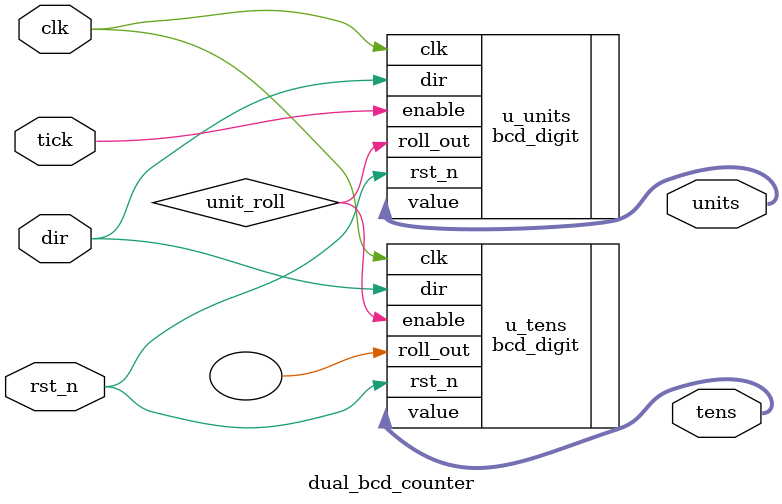
<source format=v>
`timescale 1ns/1ps
module dual_bcd_counter (
    input  wire clk,
    input  wire rst_n,
    input  wire tick,
    input  wire dir,          // 1 = up, 0 = down
    output wire [3:0] units,
    output wire [3:0] tens
);
    wire unit_roll;

    bcd_digit u_units (
        .clk(clk), .enable(tick), .dir(dir), .rst_n(rst_n),
        .value(units), .roll_out(unit_roll)
    );

    bcd_digit u_tens (
        .clk(clk), .enable(unit_roll), .dir(dir), .rst_n(rst_n),
        .value(tens), .roll_out()
    );
endmodule

</source>
